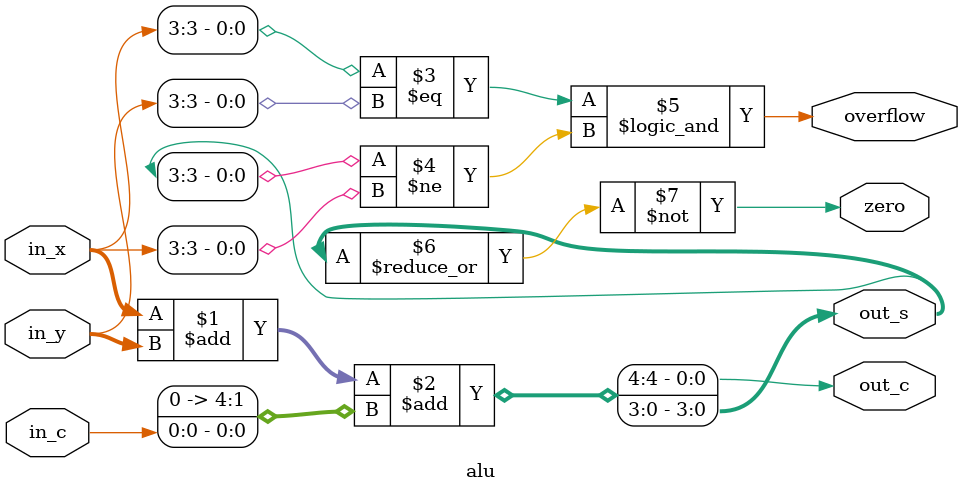
<source format=v>
module alu(
        input in_c,
        input [3:0] in_x,
        input [3:0] in_y,
        output reg [3:0] out_s,
        output reg out_c,
        output reg zero,
        output reg overflow
    );
    assign {out_c, out_s} = in_x + in_y + {4'b0000, in_c};
    assign overflow = (in_x[3] == in_y[3] && out_s[3] != in_x[3]);
    assign zero = ~(| out_s);

endmodule

</source>
